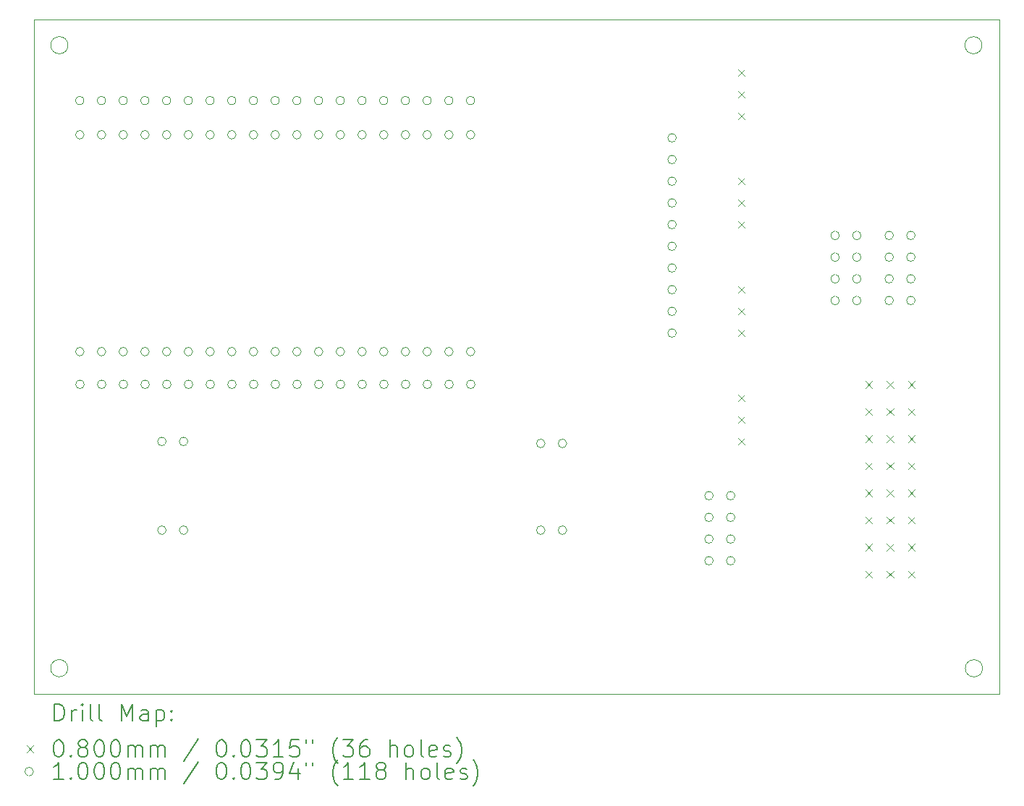
<source format=gbr>
%TF.GenerationSoftware,KiCad,Pcbnew,7.0.2*%
%TF.CreationDate,2023-05-18T09:17:58-03:00*%
%TF.ProjectId,placaSensIC075,706c6163-6153-4656-9e73-49433037352e,rev?*%
%TF.SameCoordinates,Original*%
%TF.FileFunction,Drillmap*%
%TF.FilePolarity,Positive*%
%FSLAX45Y45*%
G04 Gerber Fmt 4.5, Leading zero omitted, Abs format (unit mm)*
G04 Created by KiCad (PCBNEW 7.0.2) date 2023-05-18 09:17:58*
%MOMM*%
%LPD*%
G01*
G04 APERTURE LIST*
%ADD10C,0.100000*%
%ADD11C,0.200000*%
%ADD12C,0.080000*%
G04 APERTURE END LIST*
D10*
X19634663Y-12563000D02*
G75*
G03*
X19634663Y-12563000I-100663J0D01*
G01*
X8534400Y-4964700D02*
X19828000Y-4964700D01*
X19828000Y-12863300D01*
X8534400Y-12863300D01*
X8534400Y-4964700D01*
X8932344Y-12562000D02*
G75*
G03*
X8932344Y-12562000I-100344J0D01*
G01*
X19628000Y-5265000D02*
G75*
G03*
X19628000Y-5265000I-100000J0D01*
G01*
X8934499Y-5265000D02*
G75*
G03*
X8934499Y-5265000I-100499J0D01*
G01*
D11*
D12*
X16774800Y-5548000D02*
X16854800Y-5628000D01*
X16854800Y-5548000D02*
X16774800Y-5628000D01*
X16774800Y-5802000D02*
X16854800Y-5882000D01*
X16854800Y-5802000D02*
X16774800Y-5882000D01*
X16774800Y-6056000D02*
X16854800Y-6136000D01*
X16854800Y-6056000D02*
X16774800Y-6136000D01*
X16774800Y-6818000D02*
X16854800Y-6898000D01*
X16854800Y-6818000D02*
X16774800Y-6898000D01*
X16774800Y-7072000D02*
X16854800Y-7152000D01*
X16854800Y-7072000D02*
X16774800Y-7152000D01*
X16774800Y-7326000D02*
X16854800Y-7406000D01*
X16854800Y-7326000D02*
X16774800Y-7406000D01*
X16774800Y-8088000D02*
X16854800Y-8168000D01*
X16854800Y-8088000D02*
X16774800Y-8168000D01*
X16774800Y-8342000D02*
X16854800Y-8422000D01*
X16854800Y-8342000D02*
X16774800Y-8422000D01*
X16774800Y-8596000D02*
X16854800Y-8676000D01*
X16854800Y-8596000D02*
X16774800Y-8676000D01*
X16774800Y-9358000D02*
X16854800Y-9438000D01*
X16854800Y-9358000D02*
X16774800Y-9438000D01*
X16774800Y-9612000D02*
X16854800Y-9692000D01*
X16854800Y-9612000D02*
X16774800Y-9692000D01*
X16774800Y-9866000D02*
X16854800Y-9946000D01*
X16854800Y-9866000D02*
X16774800Y-9946000D01*
X18261250Y-9198000D02*
X18341250Y-9278000D01*
X18341250Y-9198000D02*
X18261250Y-9278000D01*
X18261250Y-9518000D02*
X18341250Y-9598000D01*
X18341250Y-9518000D02*
X18261250Y-9598000D01*
X18261250Y-9833000D02*
X18341250Y-9913000D01*
X18341250Y-9833000D02*
X18261250Y-9913000D01*
X18261250Y-10153000D02*
X18341250Y-10233000D01*
X18341250Y-10153000D02*
X18261250Y-10233000D01*
X18261250Y-10468000D02*
X18341250Y-10548000D01*
X18341250Y-10468000D02*
X18261250Y-10548000D01*
X18261250Y-10788000D02*
X18341250Y-10868000D01*
X18341250Y-10788000D02*
X18261250Y-10868000D01*
X18261250Y-11103000D02*
X18341250Y-11183000D01*
X18341250Y-11103000D02*
X18261250Y-11183000D01*
X18261250Y-11423000D02*
X18341250Y-11503000D01*
X18341250Y-11423000D02*
X18261250Y-11503000D01*
X18511250Y-9198000D02*
X18591250Y-9278000D01*
X18591250Y-9198000D02*
X18511250Y-9278000D01*
X18511250Y-9518000D02*
X18591250Y-9598000D01*
X18591250Y-9518000D02*
X18511250Y-9598000D01*
X18511250Y-9833000D02*
X18591250Y-9913000D01*
X18591250Y-9833000D02*
X18511250Y-9913000D01*
X18511250Y-10153000D02*
X18591250Y-10233000D01*
X18591250Y-10153000D02*
X18511250Y-10233000D01*
X18511250Y-10468000D02*
X18591250Y-10548000D01*
X18591250Y-10468000D02*
X18511250Y-10548000D01*
X18511250Y-10788000D02*
X18591250Y-10868000D01*
X18591250Y-10788000D02*
X18511250Y-10868000D01*
X18511250Y-11103000D02*
X18591250Y-11183000D01*
X18591250Y-11103000D02*
X18511250Y-11183000D01*
X18511250Y-11423000D02*
X18591250Y-11503000D01*
X18591250Y-11423000D02*
X18511250Y-11503000D01*
X18761250Y-9198000D02*
X18841250Y-9278000D01*
X18841250Y-9198000D02*
X18761250Y-9278000D01*
X18761250Y-9518000D02*
X18841250Y-9598000D01*
X18841250Y-9518000D02*
X18761250Y-9598000D01*
X18761250Y-9833000D02*
X18841250Y-9913000D01*
X18841250Y-9833000D02*
X18761250Y-9913000D01*
X18761250Y-10153000D02*
X18841250Y-10233000D01*
X18841250Y-10153000D02*
X18761250Y-10233000D01*
X18761250Y-10468000D02*
X18841250Y-10548000D01*
X18841250Y-10468000D02*
X18761250Y-10548000D01*
X18761250Y-10788000D02*
X18841250Y-10868000D01*
X18841250Y-10788000D02*
X18761250Y-10868000D01*
X18761250Y-11103000D02*
X18841250Y-11183000D01*
X18841250Y-11103000D02*
X18761250Y-11183000D01*
X18761250Y-11423000D02*
X18841250Y-11503000D01*
X18841250Y-11423000D02*
X18761250Y-11503000D01*
D10*
X9122000Y-5913000D02*
G75*
G03*
X9122000Y-5913000I-50000J0D01*
G01*
X9123000Y-6314000D02*
G75*
G03*
X9123000Y-6314000I-50000J0D01*
G01*
X9123000Y-8854000D02*
G75*
G03*
X9123000Y-8854000I-50000J0D01*
G01*
X9125000Y-9237000D02*
G75*
G03*
X9125000Y-9237000I-50000J0D01*
G01*
X9376000Y-5913000D02*
G75*
G03*
X9376000Y-5913000I-50000J0D01*
G01*
X9377000Y-6314000D02*
G75*
G03*
X9377000Y-6314000I-50000J0D01*
G01*
X9377000Y-8854000D02*
G75*
G03*
X9377000Y-8854000I-50000J0D01*
G01*
X9379000Y-9237000D02*
G75*
G03*
X9379000Y-9237000I-50000J0D01*
G01*
X9630000Y-5913000D02*
G75*
G03*
X9630000Y-5913000I-50000J0D01*
G01*
X9631000Y-6314000D02*
G75*
G03*
X9631000Y-6314000I-50000J0D01*
G01*
X9631000Y-8854000D02*
G75*
G03*
X9631000Y-8854000I-50000J0D01*
G01*
X9633000Y-9237000D02*
G75*
G03*
X9633000Y-9237000I-50000J0D01*
G01*
X9884000Y-5913000D02*
G75*
G03*
X9884000Y-5913000I-50000J0D01*
G01*
X9885000Y-6314000D02*
G75*
G03*
X9885000Y-6314000I-50000J0D01*
G01*
X9885000Y-8854000D02*
G75*
G03*
X9885000Y-8854000I-50000J0D01*
G01*
X9887000Y-9237000D02*
G75*
G03*
X9887000Y-9237000I-50000J0D01*
G01*
X10083000Y-9906000D02*
G75*
G03*
X10083000Y-9906000I-50000J0D01*
G01*
X10083000Y-10944900D02*
G75*
G03*
X10083000Y-10944900I-50000J0D01*
G01*
X10138000Y-5913000D02*
G75*
G03*
X10138000Y-5913000I-50000J0D01*
G01*
X10139000Y-6314000D02*
G75*
G03*
X10139000Y-6314000I-50000J0D01*
G01*
X10139000Y-8854000D02*
G75*
G03*
X10139000Y-8854000I-50000J0D01*
G01*
X10141000Y-9237000D02*
G75*
G03*
X10141000Y-9237000I-50000J0D01*
G01*
X10337000Y-9906000D02*
G75*
G03*
X10337000Y-9906000I-50000J0D01*
G01*
X10337000Y-10944900D02*
G75*
G03*
X10337000Y-10944900I-50000J0D01*
G01*
X10392000Y-5913000D02*
G75*
G03*
X10392000Y-5913000I-50000J0D01*
G01*
X10393000Y-6314000D02*
G75*
G03*
X10393000Y-6314000I-50000J0D01*
G01*
X10393000Y-8854000D02*
G75*
G03*
X10393000Y-8854000I-50000J0D01*
G01*
X10395000Y-9237000D02*
G75*
G03*
X10395000Y-9237000I-50000J0D01*
G01*
X10646000Y-5913000D02*
G75*
G03*
X10646000Y-5913000I-50000J0D01*
G01*
X10647000Y-6314000D02*
G75*
G03*
X10647000Y-6314000I-50000J0D01*
G01*
X10647000Y-8854000D02*
G75*
G03*
X10647000Y-8854000I-50000J0D01*
G01*
X10649000Y-9237000D02*
G75*
G03*
X10649000Y-9237000I-50000J0D01*
G01*
X10900000Y-5913000D02*
G75*
G03*
X10900000Y-5913000I-50000J0D01*
G01*
X10901000Y-6314000D02*
G75*
G03*
X10901000Y-6314000I-50000J0D01*
G01*
X10901000Y-8854000D02*
G75*
G03*
X10901000Y-8854000I-50000J0D01*
G01*
X10903000Y-9237000D02*
G75*
G03*
X10903000Y-9237000I-50000J0D01*
G01*
X11154000Y-5913000D02*
G75*
G03*
X11154000Y-5913000I-50000J0D01*
G01*
X11155000Y-6314000D02*
G75*
G03*
X11155000Y-6314000I-50000J0D01*
G01*
X11155000Y-8854000D02*
G75*
G03*
X11155000Y-8854000I-50000J0D01*
G01*
X11157000Y-9237000D02*
G75*
G03*
X11157000Y-9237000I-50000J0D01*
G01*
X11408000Y-5913000D02*
G75*
G03*
X11408000Y-5913000I-50000J0D01*
G01*
X11409000Y-6314000D02*
G75*
G03*
X11409000Y-6314000I-50000J0D01*
G01*
X11409000Y-8854000D02*
G75*
G03*
X11409000Y-8854000I-50000J0D01*
G01*
X11411000Y-9237000D02*
G75*
G03*
X11411000Y-9237000I-50000J0D01*
G01*
X11662000Y-5913000D02*
G75*
G03*
X11662000Y-5913000I-50000J0D01*
G01*
X11663000Y-6314000D02*
G75*
G03*
X11663000Y-6314000I-50000J0D01*
G01*
X11663000Y-8854000D02*
G75*
G03*
X11663000Y-8854000I-50000J0D01*
G01*
X11665000Y-9237000D02*
G75*
G03*
X11665000Y-9237000I-50000J0D01*
G01*
X11916000Y-5913000D02*
G75*
G03*
X11916000Y-5913000I-50000J0D01*
G01*
X11917000Y-6314000D02*
G75*
G03*
X11917000Y-6314000I-50000J0D01*
G01*
X11917000Y-8854000D02*
G75*
G03*
X11917000Y-8854000I-50000J0D01*
G01*
X11919000Y-9237000D02*
G75*
G03*
X11919000Y-9237000I-50000J0D01*
G01*
X12170000Y-5913000D02*
G75*
G03*
X12170000Y-5913000I-50000J0D01*
G01*
X12171000Y-6314000D02*
G75*
G03*
X12171000Y-6314000I-50000J0D01*
G01*
X12171000Y-8854000D02*
G75*
G03*
X12171000Y-8854000I-50000J0D01*
G01*
X12173000Y-9237000D02*
G75*
G03*
X12173000Y-9237000I-50000J0D01*
G01*
X12424000Y-5913000D02*
G75*
G03*
X12424000Y-5913000I-50000J0D01*
G01*
X12425000Y-6314000D02*
G75*
G03*
X12425000Y-6314000I-50000J0D01*
G01*
X12425000Y-8854000D02*
G75*
G03*
X12425000Y-8854000I-50000J0D01*
G01*
X12427000Y-9237000D02*
G75*
G03*
X12427000Y-9237000I-50000J0D01*
G01*
X12678000Y-5913000D02*
G75*
G03*
X12678000Y-5913000I-50000J0D01*
G01*
X12679000Y-6314000D02*
G75*
G03*
X12679000Y-6314000I-50000J0D01*
G01*
X12679000Y-8854000D02*
G75*
G03*
X12679000Y-8854000I-50000J0D01*
G01*
X12681000Y-9237000D02*
G75*
G03*
X12681000Y-9237000I-50000J0D01*
G01*
X12932000Y-5913000D02*
G75*
G03*
X12932000Y-5913000I-50000J0D01*
G01*
X12933000Y-6314000D02*
G75*
G03*
X12933000Y-6314000I-50000J0D01*
G01*
X12933000Y-8854000D02*
G75*
G03*
X12933000Y-8854000I-50000J0D01*
G01*
X12935000Y-9237000D02*
G75*
G03*
X12935000Y-9237000I-50000J0D01*
G01*
X13186000Y-5913000D02*
G75*
G03*
X13186000Y-5913000I-50000J0D01*
G01*
X13187000Y-6314000D02*
G75*
G03*
X13187000Y-6314000I-50000J0D01*
G01*
X13187000Y-8854000D02*
G75*
G03*
X13187000Y-8854000I-50000J0D01*
G01*
X13189000Y-9237000D02*
G75*
G03*
X13189000Y-9237000I-50000J0D01*
G01*
X13440000Y-5913000D02*
G75*
G03*
X13440000Y-5913000I-50000J0D01*
G01*
X13441000Y-6314000D02*
G75*
G03*
X13441000Y-6314000I-50000J0D01*
G01*
X13441000Y-8854000D02*
G75*
G03*
X13441000Y-8854000I-50000J0D01*
G01*
X13443000Y-9237000D02*
G75*
G03*
X13443000Y-9237000I-50000J0D01*
G01*
X13694000Y-5913000D02*
G75*
G03*
X13694000Y-5913000I-50000J0D01*
G01*
X13695000Y-6314000D02*
G75*
G03*
X13695000Y-6314000I-50000J0D01*
G01*
X13695000Y-8854000D02*
G75*
G03*
X13695000Y-8854000I-50000J0D01*
G01*
X13697000Y-9237000D02*
G75*
G03*
X13697000Y-9237000I-50000J0D01*
G01*
X14515300Y-9928900D02*
G75*
G03*
X14515300Y-9928900I-50000J0D01*
G01*
X14515300Y-10944900D02*
G75*
G03*
X14515300Y-10944900I-50000J0D01*
G01*
X14769300Y-9928900D02*
G75*
G03*
X14769300Y-9928900I-50000J0D01*
G01*
X14769300Y-10944900D02*
G75*
G03*
X14769300Y-10944900I-50000J0D01*
G01*
X16052000Y-6350000D02*
G75*
G03*
X16052000Y-6350000I-50000J0D01*
G01*
X16052000Y-6604000D02*
G75*
G03*
X16052000Y-6604000I-50000J0D01*
G01*
X16052000Y-6858000D02*
G75*
G03*
X16052000Y-6858000I-50000J0D01*
G01*
X16052000Y-7112000D02*
G75*
G03*
X16052000Y-7112000I-50000J0D01*
G01*
X16052000Y-7366000D02*
G75*
G03*
X16052000Y-7366000I-50000J0D01*
G01*
X16052000Y-7620000D02*
G75*
G03*
X16052000Y-7620000I-50000J0D01*
G01*
X16052000Y-7874000D02*
G75*
G03*
X16052000Y-7874000I-50000J0D01*
G01*
X16052000Y-8128000D02*
G75*
G03*
X16052000Y-8128000I-50000J0D01*
G01*
X16052000Y-8382000D02*
G75*
G03*
X16052000Y-8382000I-50000J0D01*
G01*
X16052000Y-8636000D02*
G75*
G03*
X16052000Y-8636000I-50000J0D01*
G01*
X16483800Y-10541000D02*
G75*
G03*
X16483800Y-10541000I-50000J0D01*
G01*
X16483800Y-10795000D02*
G75*
G03*
X16483800Y-10795000I-50000J0D01*
G01*
X16483800Y-11049000D02*
G75*
G03*
X16483800Y-11049000I-50000J0D01*
G01*
X16483800Y-11303000D02*
G75*
G03*
X16483800Y-11303000I-50000J0D01*
G01*
X16737800Y-10541000D02*
G75*
G03*
X16737800Y-10541000I-50000J0D01*
G01*
X16737800Y-10795000D02*
G75*
G03*
X16737800Y-10795000I-50000J0D01*
G01*
X16737800Y-11049000D02*
G75*
G03*
X16737800Y-11049000I-50000J0D01*
G01*
X16737800Y-11303000D02*
G75*
G03*
X16737800Y-11303000I-50000J0D01*
G01*
X17959000Y-7493000D02*
G75*
G03*
X17959000Y-7493000I-50000J0D01*
G01*
X17959000Y-7747000D02*
G75*
G03*
X17959000Y-7747000I-50000J0D01*
G01*
X17959000Y-8001000D02*
G75*
G03*
X17959000Y-8001000I-50000J0D01*
G01*
X17959000Y-8255000D02*
G75*
G03*
X17959000Y-8255000I-50000J0D01*
G01*
X18213000Y-7493000D02*
G75*
G03*
X18213000Y-7493000I-50000J0D01*
G01*
X18213000Y-7747000D02*
G75*
G03*
X18213000Y-7747000I-50000J0D01*
G01*
X18213000Y-8001000D02*
G75*
G03*
X18213000Y-8001000I-50000J0D01*
G01*
X18213000Y-8255000D02*
G75*
G03*
X18213000Y-8255000I-50000J0D01*
G01*
X18592000Y-7493000D02*
G75*
G03*
X18592000Y-7493000I-50000J0D01*
G01*
X18592000Y-7747000D02*
G75*
G03*
X18592000Y-7747000I-50000J0D01*
G01*
X18592000Y-8001000D02*
G75*
G03*
X18592000Y-8001000I-50000J0D01*
G01*
X18592000Y-8255000D02*
G75*
G03*
X18592000Y-8255000I-50000J0D01*
G01*
X18846000Y-7493000D02*
G75*
G03*
X18846000Y-7493000I-50000J0D01*
G01*
X18846000Y-7747000D02*
G75*
G03*
X18846000Y-7747000I-50000J0D01*
G01*
X18846000Y-8001000D02*
G75*
G03*
X18846000Y-8001000I-50000J0D01*
G01*
X18846000Y-8255000D02*
G75*
G03*
X18846000Y-8255000I-50000J0D01*
G01*
D11*
X8777019Y-13180824D02*
X8777019Y-12980824D01*
X8777019Y-12980824D02*
X8824638Y-12980824D01*
X8824638Y-12980824D02*
X8853210Y-12990348D01*
X8853210Y-12990348D02*
X8872257Y-13009395D01*
X8872257Y-13009395D02*
X8881781Y-13028443D01*
X8881781Y-13028443D02*
X8891305Y-13066538D01*
X8891305Y-13066538D02*
X8891305Y-13095109D01*
X8891305Y-13095109D02*
X8881781Y-13133205D01*
X8881781Y-13133205D02*
X8872257Y-13152252D01*
X8872257Y-13152252D02*
X8853210Y-13171300D01*
X8853210Y-13171300D02*
X8824638Y-13180824D01*
X8824638Y-13180824D02*
X8777019Y-13180824D01*
X8977019Y-13180824D02*
X8977019Y-13047490D01*
X8977019Y-13085586D02*
X8986543Y-13066538D01*
X8986543Y-13066538D02*
X8996067Y-13057014D01*
X8996067Y-13057014D02*
X9015114Y-13047490D01*
X9015114Y-13047490D02*
X9034162Y-13047490D01*
X9100829Y-13180824D02*
X9100829Y-13047490D01*
X9100829Y-12980824D02*
X9091305Y-12990348D01*
X9091305Y-12990348D02*
X9100829Y-12999871D01*
X9100829Y-12999871D02*
X9110352Y-12990348D01*
X9110352Y-12990348D02*
X9100829Y-12980824D01*
X9100829Y-12980824D02*
X9100829Y-12999871D01*
X9224638Y-13180824D02*
X9205590Y-13171300D01*
X9205590Y-13171300D02*
X9196067Y-13152252D01*
X9196067Y-13152252D02*
X9196067Y-12980824D01*
X9329400Y-13180824D02*
X9310352Y-13171300D01*
X9310352Y-13171300D02*
X9300829Y-13152252D01*
X9300829Y-13152252D02*
X9300829Y-12980824D01*
X9557971Y-13180824D02*
X9557971Y-12980824D01*
X9557971Y-12980824D02*
X9624638Y-13123681D01*
X9624638Y-13123681D02*
X9691305Y-12980824D01*
X9691305Y-12980824D02*
X9691305Y-13180824D01*
X9872257Y-13180824D02*
X9872257Y-13076062D01*
X9872257Y-13076062D02*
X9862733Y-13057014D01*
X9862733Y-13057014D02*
X9843686Y-13047490D01*
X9843686Y-13047490D02*
X9805590Y-13047490D01*
X9805590Y-13047490D02*
X9786543Y-13057014D01*
X9872257Y-13171300D02*
X9853210Y-13180824D01*
X9853210Y-13180824D02*
X9805590Y-13180824D01*
X9805590Y-13180824D02*
X9786543Y-13171300D01*
X9786543Y-13171300D02*
X9777019Y-13152252D01*
X9777019Y-13152252D02*
X9777019Y-13133205D01*
X9777019Y-13133205D02*
X9786543Y-13114157D01*
X9786543Y-13114157D02*
X9805590Y-13104633D01*
X9805590Y-13104633D02*
X9853210Y-13104633D01*
X9853210Y-13104633D02*
X9872257Y-13095109D01*
X9967495Y-13047490D02*
X9967495Y-13247490D01*
X9967495Y-13057014D02*
X9986543Y-13047490D01*
X9986543Y-13047490D02*
X10024638Y-13047490D01*
X10024638Y-13047490D02*
X10043686Y-13057014D01*
X10043686Y-13057014D02*
X10053210Y-13066538D01*
X10053210Y-13066538D02*
X10062733Y-13085586D01*
X10062733Y-13085586D02*
X10062733Y-13142728D01*
X10062733Y-13142728D02*
X10053210Y-13161776D01*
X10053210Y-13161776D02*
X10043686Y-13171300D01*
X10043686Y-13171300D02*
X10024638Y-13180824D01*
X10024638Y-13180824D02*
X9986543Y-13180824D01*
X9986543Y-13180824D02*
X9967495Y-13171300D01*
X10148448Y-13161776D02*
X10157971Y-13171300D01*
X10157971Y-13171300D02*
X10148448Y-13180824D01*
X10148448Y-13180824D02*
X10138924Y-13171300D01*
X10138924Y-13171300D02*
X10148448Y-13161776D01*
X10148448Y-13161776D02*
X10148448Y-13180824D01*
X10148448Y-13057014D02*
X10157971Y-13066538D01*
X10157971Y-13066538D02*
X10148448Y-13076062D01*
X10148448Y-13076062D02*
X10138924Y-13066538D01*
X10138924Y-13066538D02*
X10148448Y-13057014D01*
X10148448Y-13057014D02*
X10148448Y-13076062D01*
D12*
X8449400Y-13468300D02*
X8529400Y-13548300D01*
X8529400Y-13468300D02*
X8449400Y-13548300D01*
D11*
X8815114Y-13400824D02*
X8834162Y-13400824D01*
X8834162Y-13400824D02*
X8853210Y-13410348D01*
X8853210Y-13410348D02*
X8862733Y-13419871D01*
X8862733Y-13419871D02*
X8872257Y-13438919D01*
X8872257Y-13438919D02*
X8881781Y-13477014D01*
X8881781Y-13477014D02*
X8881781Y-13524633D01*
X8881781Y-13524633D02*
X8872257Y-13562728D01*
X8872257Y-13562728D02*
X8862733Y-13581776D01*
X8862733Y-13581776D02*
X8853210Y-13591300D01*
X8853210Y-13591300D02*
X8834162Y-13600824D01*
X8834162Y-13600824D02*
X8815114Y-13600824D01*
X8815114Y-13600824D02*
X8796067Y-13591300D01*
X8796067Y-13591300D02*
X8786543Y-13581776D01*
X8786543Y-13581776D02*
X8777019Y-13562728D01*
X8777019Y-13562728D02*
X8767495Y-13524633D01*
X8767495Y-13524633D02*
X8767495Y-13477014D01*
X8767495Y-13477014D02*
X8777019Y-13438919D01*
X8777019Y-13438919D02*
X8786543Y-13419871D01*
X8786543Y-13419871D02*
X8796067Y-13410348D01*
X8796067Y-13410348D02*
X8815114Y-13400824D01*
X8967495Y-13581776D02*
X8977019Y-13591300D01*
X8977019Y-13591300D02*
X8967495Y-13600824D01*
X8967495Y-13600824D02*
X8957971Y-13591300D01*
X8957971Y-13591300D02*
X8967495Y-13581776D01*
X8967495Y-13581776D02*
X8967495Y-13600824D01*
X9091305Y-13486538D02*
X9072257Y-13477014D01*
X9072257Y-13477014D02*
X9062733Y-13467490D01*
X9062733Y-13467490D02*
X9053210Y-13448443D01*
X9053210Y-13448443D02*
X9053210Y-13438919D01*
X9053210Y-13438919D02*
X9062733Y-13419871D01*
X9062733Y-13419871D02*
X9072257Y-13410348D01*
X9072257Y-13410348D02*
X9091305Y-13400824D01*
X9091305Y-13400824D02*
X9129400Y-13400824D01*
X9129400Y-13400824D02*
X9148448Y-13410348D01*
X9148448Y-13410348D02*
X9157971Y-13419871D01*
X9157971Y-13419871D02*
X9167495Y-13438919D01*
X9167495Y-13438919D02*
X9167495Y-13448443D01*
X9167495Y-13448443D02*
X9157971Y-13467490D01*
X9157971Y-13467490D02*
X9148448Y-13477014D01*
X9148448Y-13477014D02*
X9129400Y-13486538D01*
X9129400Y-13486538D02*
X9091305Y-13486538D01*
X9091305Y-13486538D02*
X9072257Y-13496062D01*
X9072257Y-13496062D02*
X9062733Y-13505586D01*
X9062733Y-13505586D02*
X9053210Y-13524633D01*
X9053210Y-13524633D02*
X9053210Y-13562728D01*
X9053210Y-13562728D02*
X9062733Y-13581776D01*
X9062733Y-13581776D02*
X9072257Y-13591300D01*
X9072257Y-13591300D02*
X9091305Y-13600824D01*
X9091305Y-13600824D02*
X9129400Y-13600824D01*
X9129400Y-13600824D02*
X9148448Y-13591300D01*
X9148448Y-13591300D02*
X9157971Y-13581776D01*
X9157971Y-13581776D02*
X9167495Y-13562728D01*
X9167495Y-13562728D02*
X9167495Y-13524633D01*
X9167495Y-13524633D02*
X9157971Y-13505586D01*
X9157971Y-13505586D02*
X9148448Y-13496062D01*
X9148448Y-13496062D02*
X9129400Y-13486538D01*
X9291305Y-13400824D02*
X9310352Y-13400824D01*
X9310352Y-13400824D02*
X9329400Y-13410348D01*
X9329400Y-13410348D02*
X9338924Y-13419871D01*
X9338924Y-13419871D02*
X9348448Y-13438919D01*
X9348448Y-13438919D02*
X9357971Y-13477014D01*
X9357971Y-13477014D02*
X9357971Y-13524633D01*
X9357971Y-13524633D02*
X9348448Y-13562728D01*
X9348448Y-13562728D02*
X9338924Y-13581776D01*
X9338924Y-13581776D02*
X9329400Y-13591300D01*
X9329400Y-13591300D02*
X9310352Y-13600824D01*
X9310352Y-13600824D02*
X9291305Y-13600824D01*
X9291305Y-13600824D02*
X9272257Y-13591300D01*
X9272257Y-13591300D02*
X9262733Y-13581776D01*
X9262733Y-13581776D02*
X9253210Y-13562728D01*
X9253210Y-13562728D02*
X9243686Y-13524633D01*
X9243686Y-13524633D02*
X9243686Y-13477014D01*
X9243686Y-13477014D02*
X9253210Y-13438919D01*
X9253210Y-13438919D02*
X9262733Y-13419871D01*
X9262733Y-13419871D02*
X9272257Y-13410348D01*
X9272257Y-13410348D02*
X9291305Y-13400824D01*
X9481781Y-13400824D02*
X9500829Y-13400824D01*
X9500829Y-13400824D02*
X9519876Y-13410348D01*
X9519876Y-13410348D02*
X9529400Y-13419871D01*
X9529400Y-13419871D02*
X9538924Y-13438919D01*
X9538924Y-13438919D02*
X9548448Y-13477014D01*
X9548448Y-13477014D02*
X9548448Y-13524633D01*
X9548448Y-13524633D02*
X9538924Y-13562728D01*
X9538924Y-13562728D02*
X9529400Y-13581776D01*
X9529400Y-13581776D02*
X9519876Y-13591300D01*
X9519876Y-13591300D02*
X9500829Y-13600824D01*
X9500829Y-13600824D02*
X9481781Y-13600824D01*
X9481781Y-13600824D02*
X9462733Y-13591300D01*
X9462733Y-13591300D02*
X9453210Y-13581776D01*
X9453210Y-13581776D02*
X9443686Y-13562728D01*
X9443686Y-13562728D02*
X9434162Y-13524633D01*
X9434162Y-13524633D02*
X9434162Y-13477014D01*
X9434162Y-13477014D02*
X9443686Y-13438919D01*
X9443686Y-13438919D02*
X9453210Y-13419871D01*
X9453210Y-13419871D02*
X9462733Y-13410348D01*
X9462733Y-13410348D02*
X9481781Y-13400824D01*
X9634162Y-13600824D02*
X9634162Y-13467490D01*
X9634162Y-13486538D02*
X9643686Y-13477014D01*
X9643686Y-13477014D02*
X9662733Y-13467490D01*
X9662733Y-13467490D02*
X9691305Y-13467490D01*
X9691305Y-13467490D02*
X9710352Y-13477014D01*
X9710352Y-13477014D02*
X9719876Y-13496062D01*
X9719876Y-13496062D02*
X9719876Y-13600824D01*
X9719876Y-13496062D02*
X9729400Y-13477014D01*
X9729400Y-13477014D02*
X9748448Y-13467490D01*
X9748448Y-13467490D02*
X9777019Y-13467490D01*
X9777019Y-13467490D02*
X9796067Y-13477014D01*
X9796067Y-13477014D02*
X9805591Y-13496062D01*
X9805591Y-13496062D02*
X9805591Y-13600824D01*
X9900829Y-13600824D02*
X9900829Y-13467490D01*
X9900829Y-13486538D02*
X9910352Y-13477014D01*
X9910352Y-13477014D02*
X9929400Y-13467490D01*
X9929400Y-13467490D02*
X9957972Y-13467490D01*
X9957972Y-13467490D02*
X9977019Y-13477014D01*
X9977019Y-13477014D02*
X9986543Y-13496062D01*
X9986543Y-13496062D02*
X9986543Y-13600824D01*
X9986543Y-13496062D02*
X9996067Y-13477014D01*
X9996067Y-13477014D02*
X10015114Y-13467490D01*
X10015114Y-13467490D02*
X10043686Y-13467490D01*
X10043686Y-13467490D02*
X10062733Y-13477014D01*
X10062733Y-13477014D02*
X10072257Y-13496062D01*
X10072257Y-13496062D02*
X10072257Y-13600824D01*
X10462733Y-13391300D02*
X10291305Y-13648443D01*
X10719876Y-13400824D02*
X10738924Y-13400824D01*
X10738924Y-13400824D02*
X10757972Y-13410348D01*
X10757972Y-13410348D02*
X10767495Y-13419871D01*
X10767495Y-13419871D02*
X10777019Y-13438919D01*
X10777019Y-13438919D02*
X10786543Y-13477014D01*
X10786543Y-13477014D02*
X10786543Y-13524633D01*
X10786543Y-13524633D02*
X10777019Y-13562728D01*
X10777019Y-13562728D02*
X10767495Y-13581776D01*
X10767495Y-13581776D02*
X10757972Y-13591300D01*
X10757972Y-13591300D02*
X10738924Y-13600824D01*
X10738924Y-13600824D02*
X10719876Y-13600824D01*
X10719876Y-13600824D02*
X10700829Y-13591300D01*
X10700829Y-13591300D02*
X10691305Y-13581776D01*
X10691305Y-13581776D02*
X10681781Y-13562728D01*
X10681781Y-13562728D02*
X10672257Y-13524633D01*
X10672257Y-13524633D02*
X10672257Y-13477014D01*
X10672257Y-13477014D02*
X10681781Y-13438919D01*
X10681781Y-13438919D02*
X10691305Y-13419871D01*
X10691305Y-13419871D02*
X10700829Y-13410348D01*
X10700829Y-13410348D02*
X10719876Y-13400824D01*
X10872257Y-13581776D02*
X10881781Y-13591300D01*
X10881781Y-13591300D02*
X10872257Y-13600824D01*
X10872257Y-13600824D02*
X10862734Y-13591300D01*
X10862734Y-13591300D02*
X10872257Y-13581776D01*
X10872257Y-13581776D02*
X10872257Y-13600824D01*
X11005591Y-13400824D02*
X11024638Y-13400824D01*
X11024638Y-13400824D02*
X11043686Y-13410348D01*
X11043686Y-13410348D02*
X11053210Y-13419871D01*
X11053210Y-13419871D02*
X11062734Y-13438919D01*
X11062734Y-13438919D02*
X11072257Y-13477014D01*
X11072257Y-13477014D02*
X11072257Y-13524633D01*
X11072257Y-13524633D02*
X11062734Y-13562728D01*
X11062734Y-13562728D02*
X11053210Y-13581776D01*
X11053210Y-13581776D02*
X11043686Y-13591300D01*
X11043686Y-13591300D02*
X11024638Y-13600824D01*
X11024638Y-13600824D02*
X11005591Y-13600824D01*
X11005591Y-13600824D02*
X10986543Y-13591300D01*
X10986543Y-13591300D02*
X10977019Y-13581776D01*
X10977019Y-13581776D02*
X10967495Y-13562728D01*
X10967495Y-13562728D02*
X10957972Y-13524633D01*
X10957972Y-13524633D02*
X10957972Y-13477014D01*
X10957972Y-13477014D02*
X10967495Y-13438919D01*
X10967495Y-13438919D02*
X10977019Y-13419871D01*
X10977019Y-13419871D02*
X10986543Y-13410348D01*
X10986543Y-13410348D02*
X11005591Y-13400824D01*
X11138924Y-13400824D02*
X11262733Y-13400824D01*
X11262733Y-13400824D02*
X11196067Y-13477014D01*
X11196067Y-13477014D02*
X11224638Y-13477014D01*
X11224638Y-13477014D02*
X11243686Y-13486538D01*
X11243686Y-13486538D02*
X11253210Y-13496062D01*
X11253210Y-13496062D02*
X11262733Y-13515109D01*
X11262733Y-13515109D02*
X11262733Y-13562728D01*
X11262733Y-13562728D02*
X11253210Y-13581776D01*
X11253210Y-13581776D02*
X11243686Y-13591300D01*
X11243686Y-13591300D02*
X11224638Y-13600824D01*
X11224638Y-13600824D02*
X11167495Y-13600824D01*
X11167495Y-13600824D02*
X11148448Y-13591300D01*
X11148448Y-13591300D02*
X11138924Y-13581776D01*
X11453210Y-13600824D02*
X11338924Y-13600824D01*
X11396067Y-13600824D02*
X11396067Y-13400824D01*
X11396067Y-13400824D02*
X11377019Y-13429395D01*
X11377019Y-13429395D02*
X11357972Y-13448443D01*
X11357972Y-13448443D02*
X11338924Y-13457967D01*
X11634162Y-13400824D02*
X11538924Y-13400824D01*
X11538924Y-13400824D02*
X11529400Y-13496062D01*
X11529400Y-13496062D02*
X11538924Y-13486538D01*
X11538924Y-13486538D02*
X11557972Y-13477014D01*
X11557972Y-13477014D02*
X11605591Y-13477014D01*
X11605591Y-13477014D02*
X11624638Y-13486538D01*
X11624638Y-13486538D02*
X11634162Y-13496062D01*
X11634162Y-13496062D02*
X11643686Y-13515109D01*
X11643686Y-13515109D02*
X11643686Y-13562728D01*
X11643686Y-13562728D02*
X11634162Y-13581776D01*
X11634162Y-13581776D02*
X11624638Y-13591300D01*
X11624638Y-13591300D02*
X11605591Y-13600824D01*
X11605591Y-13600824D02*
X11557972Y-13600824D01*
X11557972Y-13600824D02*
X11538924Y-13591300D01*
X11538924Y-13591300D02*
X11529400Y-13581776D01*
X11719876Y-13400824D02*
X11719876Y-13438919D01*
X11796067Y-13400824D02*
X11796067Y-13438919D01*
X12091305Y-13677014D02*
X12081781Y-13667490D01*
X12081781Y-13667490D02*
X12062734Y-13638919D01*
X12062734Y-13638919D02*
X12053210Y-13619871D01*
X12053210Y-13619871D02*
X12043686Y-13591300D01*
X12043686Y-13591300D02*
X12034162Y-13543681D01*
X12034162Y-13543681D02*
X12034162Y-13505586D01*
X12034162Y-13505586D02*
X12043686Y-13457967D01*
X12043686Y-13457967D02*
X12053210Y-13429395D01*
X12053210Y-13429395D02*
X12062734Y-13410348D01*
X12062734Y-13410348D02*
X12081781Y-13381776D01*
X12081781Y-13381776D02*
X12091305Y-13372252D01*
X12148448Y-13400824D02*
X12272257Y-13400824D01*
X12272257Y-13400824D02*
X12205591Y-13477014D01*
X12205591Y-13477014D02*
X12234162Y-13477014D01*
X12234162Y-13477014D02*
X12253210Y-13486538D01*
X12253210Y-13486538D02*
X12262734Y-13496062D01*
X12262734Y-13496062D02*
X12272257Y-13515109D01*
X12272257Y-13515109D02*
X12272257Y-13562728D01*
X12272257Y-13562728D02*
X12262734Y-13581776D01*
X12262734Y-13581776D02*
X12253210Y-13591300D01*
X12253210Y-13591300D02*
X12234162Y-13600824D01*
X12234162Y-13600824D02*
X12177019Y-13600824D01*
X12177019Y-13600824D02*
X12157972Y-13591300D01*
X12157972Y-13591300D02*
X12148448Y-13581776D01*
X12443686Y-13400824D02*
X12405591Y-13400824D01*
X12405591Y-13400824D02*
X12386543Y-13410348D01*
X12386543Y-13410348D02*
X12377019Y-13419871D01*
X12377019Y-13419871D02*
X12357972Y-13448443D01*
X12357972Y-13448443D02*
X12348448Y-13486538D01*
X12348448Y-13486538D02*
X12348448Y-13562728D01*
X12348448Y-13562728D02*
X12357972Y-13581776D01*
X12357972Y-13581776D02*
X12367495Y-13591300D01*
X12367495Y-13591300D02*
X12386543Y-13600824D01*
X12386543Y-13600824D02*
X12424638Y-13600824D01*
X12424638Y-13600824D02*
X12443686Y-13591300D01*
X12443686Y-13591300D02*
X12453210Y-13581776D01*
X12453210Y-13581776D02*
X12462734Y-13562728D01*
X12462734Y-13562728D02*
X12462734Y-13515109D01*
X12462734Y-13515109D02*
X12453210Y-13496062D01*
X12453210Y-13496062D02*
X12443686Y-13486538D01*
X12443686Y-13486538D02*
X12424638Y-13477014D01*
X12424638Y-13477014D02*
X12386543Y-13477014D01*
X12386543Y-13477014D02*
X12367495Y-13486538D01*
X12367495Y-13486538D02*
X12357972Y-13496062D01*
X12357972Y-13496062D02*
X12348448Y-13515109D01*
X12700829Y-13600824D02*
X12700829Y-13400824D01*
X12786543Y-13600824D02*
X12786543Y-13496062D01*
X12786543Y-13496062D02*
X12777019Y-13477014D01*
X12777019Y-13477014D02*
X12757972Y-13467490D01*
X12757972Y-13467490D02*
X12729400Y-13467490D01*
X12729400Y-13467490D02*
X12710353Y-13477014D01*
X12710353Y-13477014D02*
X12700829Y-13486538D01*
X12910353Y-13600824D02*
X12891305Y-13591300D01*
X12891305Y-13591300D02*
X12881781Y-13581776D01*
X12881781Y-13581776D02*
X12872257Y-13562728D01*
X12872257Y-13562728D02*
X12872257Y-13505586D01*
X12872257Y-13505586D02*
X12881781Y-13486538D01*
X12881781Y-13486538D02*
X12891305Y-13477014D01*
X12891305Y-13477014D02*
X12910353Y-13467490D01*
X12910353Y-13467490D02*
X12938924Y-13467490D01*
X12938924Y-13467490D02*
X12957972Y-13477014D01*
X12957972Y-13477014D02*
X12967496Y-13486538D01*
X12967496Y-13486538D02*
X12977019Y-13505586D01*
X12977019Y-13505586D02*
X12977019Y-13562728D01*
X12977019Y-13562728D02*
X12967496Y-13581776D01*
X12967496Y-13581776D02*
X12957972Y-13591300D01*
X12957972Y-13591300D02*
X12938924Y-13600824D01*
X12938924Y-13600824D02*
X12910353Y-13600824D01*
X13091305Y-13600824D02*
X13072257Y-13591300D01*
X13072257Y-13591300D02*
X13062734Y-13572252D01*
X13062734Y-13572252D02*
X13062734Y-13400824D01*
X13243686Y-13591300D02*
X13224638Y-13600824D01*
X13224638Y-13600824D02*
X13186543Y-13600824D01*
X13186543Y-13600824D02*
X13167496Y-13591300D01*
X13167496Y-13591300D02*
X13157972Y-13572252D01*
X13157972Y-13572252D02*
X13157972Y-13496062D01*
X13157972Y-13496062D02*
X13167496Y-13477014D01*
X13167496Y-13477014D02*
X13186543Y-13467490D01*
X13186543Y-13467490D02*
X13224638Y-13467490D01*
X13224638Y-13467490D02*
X13243686Y-13477014D01*
X13243686Y-13477014D02*
X13253210Y-13496062D01*
X13253210Y-13496062D02*
X13253210Y-13515109D01*
X13253210Y-13515109D02*
X13157972Y-13534157D01*
X13329400Y-13591300D02*
X13348448Y-13600824D01*
X13348448Y-13600824D02*
X13386543Y-13600824D01*
X13386543Y-13600824D02*
X13405591Y-13591300D01*
X13405591Y-13591300D02*
X13415115Y-13572252D01*
X13415115Y-13572252D02*
X13415115Y-13562728D01*
X13415115Y-13562728D02*
X13405591Y-13543681D01*
X13405591Y-13543681D02*
X13386543Y-13534157D01*
X13386543Y-13534157D02*
X13357972Y-13534157D01*
X13357972Y-13534157D02*
X13338924Y-13524633D01*
X13338924Y-13524633D02*
X13329400Y-13505586D01*
X13329400Y-13505586D02*
X13329400Y-13496062D01*
X13329400Y-13496062D02*
X13338924Y-13477014D01*
X13338924Y-13477014D02*
X13357972Y-13467490D01*
X13357972Y-13467490D02*
X13386543Y-13467490D01*
X13386543Y-13467490D02*
X13405591Y-13477014D01*
X13481781Y-13677014D02*
X13491305Y-13667490D01*
X13491305Y-13667490D02*
X13510353Y-13638919D01*
X13510353Y-13638919D02*
X13519877Y-13619871D01*
X13519877Y-13619871D02*
X13529400Y-13591300D01*
X13529400Y-13591300D02*
X13538924Y-13543681D01*
X13538924Y-13543681D02*
X13538924Y-13505586D01*
X13538924Y-13505586D02*
X13529400Y-13457967D01*
X13529400Y-13457967D02*
X13519877Y-13429395D01*
X13519877Y-13429395D02*
X13510353Y-13410348D01*
X13510353Y-13410348D02*
X13491305Y-13381776D01*
X13491305Y-13381776D02*
X13481781Y-13372252D01*
D10*
X8529400Y-13772300D02*
G75*
G03*
X8529400Y-13772300I-50000J0D01*
G01*
D11*
X8881781Y-13864824D02*
X8767495Y-13864824D01*
X8824638Y-13864824D02*
X8824638Y-13664824D01*
X8824638Y-13664824D02*
X8805590Y-13693395D01*
X8805590Y-13693395D02*
X8786543Y-13712443D01*
X8786543Y-13712443D02*
X8767495Y-13721967D01*
X8967495Y-13845776D02*
X8977019Y-13855300D01*
X8977019Y-13855300D02*
X8967495Y-13864824D01*
X8967495Y-13864824D02*
X8957971Y-13855300D01*
X8957971Y-13855300D02*
X8967495Y-13845776D01*
X8967495Y-13845776D02*
X8967495Y-13864824D01*
X9100829Y-13664824D02*
X9119876Y-13664824D01*
X9119876Y-13664824D02*
X9138924Y-13674348D01*
X9138924Y-13674348D02*
X9148448Y-13683871D01*
X9148448Y-13683871D02*
X9157971Y-13702919D01*
X9157971Y-13702919D02*
X9167495Y-13741014D01*
X9167495Y-13741014D02*
X9167495Y-13788633D01*
X9167495Y-13788633D02*
X9157971Y-13826728D01*
X9157971Y-13826728D02*
X9148448Y-13845776D01*
X9148448Y-13845776D02*
X9138924Y-13855300D01*
X9138924Y-13855300D02*
X9119876Y-13864824D01*
X9119876Y-13864824D02*
X9100829Y-13864824D01*
X9100829Y-13864824D02*
X9081781Y-13855300D01*
X9081781Y-13855300D02*
X9072257Y-13845776D01*
X9072257Y-13845776D02*
X9062733Y-13826728D01*
X9062733Y-13826728D02*
X9053210Y-13788633D01*
X9053210Y-13788633D02*
X9053210Y-13741014D01*
X9053210Y-13741014D02*
X9062733Y-13702919D01*
X9062733Y-13702919D02*
X9072257Y-13683871D01*
X9072257Y-13683871D02*
X9081781Y-13674348D01*
X9081781Y-13674348D02*
X9100829Y-13664824D01*
X9291305Y-13664824D02*
X9310352Y-13664824D01*
X9310352Y-13664824D02*
X9329400Y-13674348D01*
X9329400Y-13674348D02*
X9338924Y-13683871D01*
X9338924Y-13683871D02*
X9348448Y-13702919D01*
X9348448Y-13702919D02*
X9357971Y-13741014D01*
X9357971Y-13741014D02*
X9357971Y-13788633D01*
X9357971Y-13788633D02*
X9348448Y-13826728D01*
X9348448Y-13826728D02*
X9338924Y-13845776D01*
X9338924Y-13845776D02*
X9329400Y-13855300D01*
X9329400Y-13855300D02*
X9310352Y-13864824D01*
X9310352Y-13864824D02*
X9291305Y-13864824D01*
X9291305Y-13864824D02*
X9272257Y-13855300D01*
X9272257Y-13855300D02*
X9262733Y-13845776D01*
X9262733Y-13845776D02*
X9253210Y-13826728D01*
X9253210Y-13826728D02*
X9243686Y-13788633D01*
X9243686Y-13788633D02*
X9243686Y-13741014D01*
X9243686Y-13741014D02*
X9253210Y-13702919D01*
X9253210Y-13702919D02*
X9262733Y-13683871D01*
X9262733Y-13683871D02*
X9272257Y-13674348D01*
X9272257Y-13674348D02*
X9291305Y-13664824D01*
X9481781Y-13664824D02*
X9500829Y-13664824D01*
X9500829Y-13664824D02*
X9519876Y-13674348D01*
X9519876Y-13674348D02*
X9529400Y-13683871D01*
X9529400Y-13683871D02*
X9538924Y-13702919D01*
X9538924Y-13702919D02*
X9548448Y-13741014D01*
X9548448Y-13741014D02*
X9548448Y-13788633D01*
X9548448Y-13788633D02*
X9538924Y-13826728D01*
X9538924Y-13826728D02*
X9529400Y-13845776D01*
X9529400Y-13845776D02*
X9519876Y-13855300D01*
X9519876Y-13855300D02*
X9500829Y-13864824D01*
X9500829Y-13864824D02*
X9481781Y-13864824D01*
X9481781Y-13864824D02*
X9462733Y-13855300D01*
X9462733Y-13855300D02*
X9453210Y-13845776D01*
X9453210Y-13845776D02*
X9443686Y-13826728D01*
X9443686Y-13826728D02*
X9434162Y-13788633D01*
X9434162Y-13788633D02*
X9434162Y-13741014D01*
X9434162Y-13741014D02*
X9443686Y-13702919D01*
X9443686Y-13702919D02*
X9453210Y-13683871D01*
X9453210Y-13683871D02*
X9462733Y-13674348D01*
X9462733Y-13674348D02*
X9481781Y-13664824D01*
X9634162Y-13864824D02*
X9634162Y-13731490D01*
X9634162Y-13750538D02*
X9643686Y-13741014D01*
X9643686Y-13741014D02*
X9662733Y-13731490D01*
X9662733Y-13731490D02*
X9691305Y-13731490D01*
X9691305Y-13731490D02*
X9710352Y-13741014D01*
X9710352Y-13741014D02*
X9719876Y-13760062D01*
X9719876Y-13760062D02*
X9719876Y-13864824D01*
X9719876Y-13760062D02*
X9729400Y-13741014D01*
X9729400Y-13741014D02*
X9748448Y-13731490D01*
X9748448Y-13731490D02*
X9777019Y-13731490D01*
X9777019Y-13731490D02*
X9796067Y-13741014D01*
X9796067Y-13741014D02*
X9805591Y-13760062D01*
X9805591Y-13760062D02*
X9805591Y-13864824D01*
X9900829Y-13864824D02*
X9900829Y-13731490D01*
X9900829Y-13750538D02*
X9910352Y-13741014D01*
X9910352Y-13741014D02*
X9929400Y-13731490D01*
X9929400Y-13731490D02*
X9957972Y-13731490D01*
X9957972Y-13731490D02*
X9977019Y-13741014D01*
X9977019Y-13741014D02*
X9986543Y-13760062D01*
X9986543Y-13760062D02*
X9986543Y-13864824D01*
X9986543Y-13760062D02*
X9996067Y-13741014D01*
X9996067Y-13741014D02*
X10015114Y-13731490D01*
X10015114Y-13731490D02*
X10043686Y-13731490D01*
X10043686Y-13731490D02*
X10062733Y-13741014D01*
X10062733Y-13741014D02*
X10072257Y-13760062D01*
X10072257Y-13760062D02*
X10072257Y-13864824D01*
X10462733Y-13655300D02*
X10291305Y-13912443D01*
X10719876Y-13664824D02*
X10738924Y-13664824D01*
X10738924Y-13664824D02*
X10757972Y-13674348D01*
X10757972Y-13674348D02*
X10767495Y-13683871D01*
X10767495Y-13683871D02*
X10777019Y-13702919D01*
X10777019Y-13702919D02*
X10786543Y-13741014D01*
X10786543Y-13741014D02*
X10786543Y-13788633D01*
X10786543Y-13788633D02*
X10777019Y-13826728D01*
X10777019Y-13826728D02*
X10767495Y-13845776D01*
X10767495Y-13845776D02*
X10757972Y-13855300D01*
X10757972Y-13855300D02*
X10738924Y-13864824D01*
X10738924Y-13864824D02*
X10719876Y-13864824D01*
X10719876Y-13864824D02*
X10700829Y-13855300D01*
X10700829Y-13855300D02*
X10691305Y-13845776D01*
X10691305Y-13845776D02*
X10681781Y-13826728D01*
X10681781Y-13826728D02*
X10672257Y-13788633D01*
X10672257Y-13788633D02*
X10672257Y-13741014D01*
X10672257Y-13741014D02*
X10681781Y-13702919D01*
X10681781Y-13702919D02*
X10691305Y-13683871D01*
X10691305Y-13683871D02*
X10700829Y-13674348D01*
X10700829Y-13674348D02*
X10719876Y-13664824D01*
X10872257Y-13845776D02*
X10881781Y-13855300D01*
X10881781Y-13855300D02*
X10872257Y-13864824D01*
X10872257Y-13864824D02*
X10862734Y-13855300D01*
X10862734Y-13855300D02*
X10872257Y-13845776D01*
X10872257Y-13845776D02*
X10872257Y-13864824D01*
X11005591Y-13664824D02*
X11024638Y-13664824D01*
X11024638Y-13664824D02*
X11043686Y-13674348D01*
X11043686Y-13674348D02*
X11053210Y-13683871D01*
X11053210Y-13683871D02*
X11062734Y-13702919D01*
X11062734Y-13702919D02*
X11072257Y-13741014D01*
X11072257Y-13741014D02*
X11072257Y-13788633D01*
X11072257Y-13788633D02*
X11062734Y-13826728D01*
X11062734Y-13826728D02*
X11053210Y-13845776D01*
X11053210Y-13845776D02*
X11043686Y-13855300D01*
X11043686Y-13855300D02*
X11024638Y-13864824D01*
X11024638Y-13864824D02*
X11005591Y-13864824D01*
X11005591Y-13864824D02*
X10986543Y-13855300D01*
X10986543Y-13855300D02*
X10977019Y-13845776D01*
X10977019Y-13845776D02*
X10967495Y-13826728D01*
X10967495Y-13826728D02*
X10957972Y-13788633D01*
X10957972Y-13788633D02*
X10957972Y-13741014D01*
X10957972Y-13741014D02*
X10967495Y-13702919D01*
X10967495Y-13702919D02*
X10977019Y-13683871D01*
X10977019Y-13683871D02*
X10986543Y-13674348D01*
X10986543Y-13674348D02*
X11005591Y-13664824D01*
X11138924Y-13664824D02*
X11262733Y-13664824D01*
X11262733Y-13664824D02*
X11196067Y-13741014D01*
X11196067Y-13741014D02*
X11224638Y-13741014D01*
X11224638Y-13741014D02*
X11243686Y-13750538D01*
X11243686Y-13750538D02*
X11253210Y-13760062D01*
X11253210Y-13760062D02*
X11262733Y-13779109D01*
X11262733Y-13779109D02*
X11262733Y-13826728D01*
X11262733Y-13826728D02*
X11253210Y-13845776D01*
X11253210Y-13845776D02*
X11243686Y-13855300D01*
X11243686Y-13855300D02*
X11224638Y-13864824D01*
X11224638Y-13864824D02*
X11167495Y-13864824D01*
X11167495Y-13864824D02*
X11148448Y-13855300D01*
X11148448Y-13855300D02*
X11138924Y-13845776D01*
X11357972Y-13864824D02*
X11396067Y-13864824D01*
X11396067Y-13864824D02*
X11415114Y-13855300D01*
X11415114Y-13855300D02*
X11424638Y-13845776D01*
X11424638Y-13845776D02*
X11443686Y-13817205D01*
X11443686Y-13817205D02*
X11453210Y-13779109D01*
X11453210Y-13779109D02*
X11453210Y-13702919D01*
X11453210Y-13702919D02*
X11443686Y-13683871D01*
X11443686Y-13683871D02*
X11434162Y-13674348D01*
X11434162Y-13674348D02*
X11415114Y-13664824D01*
X11415114Y-13664824D02*
X11377019Y-13664824D01*
X11377019Y-13664824D02*
X11357972Y-13674348D01*
X11357972Y-13674348D02*
X11348448Y-13683871D01*
X11348448Y-13683871D02*
X11338924Y-13702919D01*
X11338924Y-13702919D02*
X11338924Y-13750538D01*
X11338924Y-13750538D02*
X11348448Y-13769586D01*
X11348448Y-13769586D02*
X11357972Y-13779109D01*
X11357972Y-13779109D02*
X11377019Y-13788633D01*
X11377019Y-13788633D02*
X11415114Y-13788633D01*
X11415114Y-13788633D02*
X11434162Y-13779109D01*
X11434162Y-13779109D02*
X11443686Y-13769586D01*
X11443686Y-13769586D02*
X11453210Y-13750538D01*
X11624638Y-13731490D02*
X11624638Y-13864824D01*
X11577019Y-13655300D02*
X11529400Y-13798157D01*
X11529400Y-13798157D02*
X11653210Y-13798157D01*
X11719876Y-13664824D02*
X11719876Y-13702919D01*
X11796067Y-13664824D02*
X11796067Y-13702919D01*
X12091305Y-13941014D02*
X12081781Y-13931490D01*
X12081781Y-13931490D02*
X12062734Y-13902919D01*
X12062734Y-13902919D02*
X12053210Y-13883871D01*
X12053210Y-13883871D02*
X12043686Y-13855300D01*
X12043686Y-13855300D02*
X12034162Y-13807681D01*
X12034162Y-13807681D02*
X12034162Y-13769586D01*
X12034162Y-13769586D02*
X12043686Y-13721967D01*
X12043686Y-13721967D02*
X12053210Y-13693395D01*
X12053210Y-13693395D02*
X12062734Y-13674348D01*
X12062734Y-13674348D02*
X12081781Y-13645776D01*
X12081781Y-13645776D02*
X12091305Y-13636252D01*
X12272257Y-13864824D02*
X12157972Y-13864824D01*
X12215114Y-13864824D02*
X12215114Y-13664824D01*
X12215114Y-13664824D02*
X12196067Y-13693395D01*
X12196067Y-13693395D02*
X12177019Y-13712443D01*
X12177019Y-13712443D02*
X12157972Y-13721967D01*
X12462734Y-13864824D02*
X12348448Y-13864824D01*
X12405591Y-13864824D02*
X12405591Y-13664824D01*
X12405591Y-13664824D02*
X12386543Y-13693395D01*
X12386543Y-13693395D02*
X12367495Y-13712443D01*
X12367495Y-13712443D02*
X12348448Y-13721967D01*
X12577019Y-13750538D02*
X12557972Y-13741014D01*
X12557972Y-13741014D02*
X12548448Y-13731490D01*
X12548448Y-13731490D02*
X12538924Y-13712443D01*
X12538924Y-13712443D02*
X12538924Y-13702919D01*
X12538924Y-13702919D02*
X12548448Y-13683871D01*
X12548448Y-13683871D02*
X12557972Y-13674348D01*
X12557972Y-13674348D02*
X12577019Y-13664824D01*
X12577019Y-13664824D02*
X12615115Y-13664824D01*
X12615115Y-13664824D02*
X12634162Y-13674348D01*
X12634162Y-13674348D02*
X12643686Y-13683871D01*
X12643686Y-13683871D02*
X12653210Y-13702919D01*
X12653210Y-13702919D02*
X12653210Y-13712443D01*
X12653210Y-13712443D02*
X12643686Y-13731490D01*
X12643686Y-13731490D02*
X12634162Y-13741014D01*
X12634162Y-13741014D02*
X12615115Y-13750538D01*
X12615115Y-13750538D02*
X12577019Y-13750538D01*
X12577019Y-13750538D02*
X12557972Y-13760062D01*
X12557972Y-13760062D02*
X12548448Y-13769586D01*
X12548448Y-13769586D02*
X12538924Y-13788633D01*
X12538924Y-13788633D02*
X12538924Y-13826728D01*
X12538924Y-13826728D02*
X12548448Y-13845776D01*
X12548448Y-13845776D02*
X12557972Y-13855300D01*
X12557972Y-13855300D02*
X12577019Y-13864824D01*
X12577019Y-13864824D02*
X12615115Y-13864824D01*
X12615115Y-13864824D02*
X12634162Y-13855300D01*
X12634162Y-13855300D02*
X12643686Y-13845776D01*
X12643686Y-13845776D02*
X12653210Y-13826728D01*
X12653210Y-13826728D02*
X12653210Y-13788633D01*
X12653210Y-13788633D02*
X12643686Y-13769586D01*
X12643686Y-13769586D02*
X12634162Y-13760062D01*
X12634162Y-13760062D02*
X12615115Y-13750538D01*
X12891305Y-13864824D02*
X12891305Y-13664824D01*
X12977019Y-13864824D02*
X12977019Y-13760062D01*
X12977019Y-13760062D02*
X12967496Y-13741014D01*
X12967496Y-13741014D02*
X12948448Y-13731490D01*
X12948448Y-13731490D02*
X12919876Y-13731490D01*
X12919876Y-13731490D02*
X12900829Y-13741014D01*
X12900829Y-13741014D02*
X12891305Y-13750538D01*
X13100829Y-13864824D02*
X13081781Y-13855300D01*
X13081781Y-13855300D02*
X13072257Y-13845776D01*
X13072257Y-13845776D02*
X13062734Y-13826728D01*
X13062734Y-13826728D02*
X13062734Y-13769586D01*
X13062734Y-13769586D02*
X13072257Y-13750538D01*
X13072257Y-13750538D02*
X13081781Y-13741014D01*
X13081781Y-13741014D02*
X13100829Y-13731490D01*
X13100829Y-13731490D02*
X13129400Y-13731490D01*
X13129400Y-13731490D02*
X13148448Y-13741014D01*
X13148448Y-13741014D02*
X13157972Y-13750538D01*
X13157972Y-13750538D02*
X13167496Y-13769586D01*
X13167496Y-13769586D02*
X13167496Y-13826728D01*
X13167496Y-13826728D02*
X13157972Y-13845776D01*
X13157972Y-13845776D02*
X13148448Y-13855300D01*
X13148448Y-13855300D02*
X13129400Y-13864824D01*
X13129400Y-13864824D02*
X13100829Y-13864824D01*
X13281781Y-13864824D02*
X13262734Y-13855300D01*
X13262734Y-13855300D02*
X13253210Y-13836252D01*
X13253210Y-13836252D02*
X13253210Y-13664824D01*
X13434162Y-13855300D02*
X13415115Y-13864824D01*
X13415115Y-13864824D02*
X13377019Y-13864824D01*
X13377019Y-13864824D02*
X13357972Y-13855300D01*
X13357972Y-13855300D02*
X13348448Y-13836252D01*
X13348448Y-13836252D02*
X13348448Y-13760062D01*
X13348448Y-13760062D02*
X13357972Y-13741014D01*
X13357972Y-13741014D02*
X13377019Y-13731490D01*
X13377019Y-13731490D02*
X13415115Y-13731490D01*
X13415115Y-13731490D02*
X13434162Y-13741014D01*
X13434162Y-13741014D02*
X13443686Y-13760062D01*
X13443686Y-13760062D02*
X13443686Y-13779109D01*
X13443686Y-13779109D02*
X13348448Y-13798157D01*
X13519877Y-13855300D02*
X13538924Y-13864824D01*
X13538924Y-13864824D02*
X13577019Y-13864824D01*
X13577019Y-13864824D02*
X13596067Y-13855300D01*
X13596067Y-13855300D02*
X13605591Y-13836252D01*
X13605591Y-13836252D02*
X13605591Y-13826728D01*
X13605591Y-13826728D02*
X13596067Y-13807681D01*
X13596067Y-13807681D02*
X13577019Y-13798157D01*
X13577019Y-13798157D02*
X13548448Y-13798157D01*
X13548448Y-13798157D02*
X13529400Y-13788633D01*
X13529400Y-13788633D02*
X13519877Y-13769586D01*
X13519877Y-13769586D02*
X13519877Y-13760062D01*
X13519877Y-13760062D02*
X13529400Y-13741014D01*
X13529400Y-13741014D02*
X13548448Y-13731490D01*
X13548448Y-13731490D02*
X13577019Y-13731490D01*
X13577019Y-13731490D02*
X13596067Y-13741014D01*
X13672258Y-13941014D02*
X13681781Y-13931490D01*
X13681781Y-13931490D02*
X13700829Y-13902919D01*
X13700829Y-13902919D02*
X13710353Y-13883871D01*
X13710353Y-13883871D02*
X13719877Y-13855300D01*
X13719877Y-13855300D02*
X13729400Y-13807681D01*
X13729400Y-13807681D02*
X13729400Y-13769586D01*
X13729400Y-13769586D02*
X13719877Y-13721967D01*
X13719877Y-13721967D02*
X13710353Y-13693395D01*
X13710353Y-13693395D02*
X13700829Y-13674348D01*
X13700829Y-13674348D02*
X13681781Y-13645776D01*
X13681781Y-13645776D02*
X13672258Y-13636252D01*
M02*

</source>
